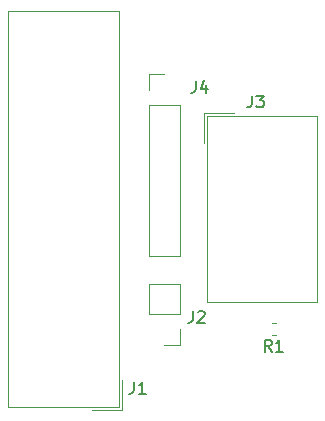
<source format=gto>
G04 #@! TF.GenerationSoftware,KiCad,Pcbnew,(5.0.1-3-g963ef8bb5)*
G04 #@! TF.CreationDate,2018-11-27T15:22:05+00:00*
G04 #@! TF.ProjectId,jlink-swd-adapter,6A6C696E6B2D7377642D616461707465,rev?*
G04 #@! TF.SameCoordinates,Original*
G04 #@! TF.FileFunction,Legend,Top*
G04 #@! TF.FilePolarity,Positive*
%FSLAX46Y46*%
G04 Gerber Fmt 4.6, Leading zero omitted, Abs format (unit mm)*
G04 Created by KiCad (PCBNEW (5.0.1-3-g963ef8bb5)) date Tuesday, 27 November 2018 at 15:22:05*
%MOMM*%
%LPD*%
G01*
G04 APERTURE LIST*
%ADD10C,0.120000*%
%ADD11C,0.150000*%
G04 APERTURE END LIST*
D10*
G04 #@! TO.C,R1*
X120171267Y-98010000D02*
X119828733Y-98010000D01*
X120171267Y-96990000D02*
X119828733Y-96990000D01*
G04 #@! TO.C,J2*
X112080000Y-93630000D02*
X109420000Y-93630000D01*
X112080000Y-96230000D02*
X112080000Y-93630000D01*
X109420000Y-96230000D02*
X109420000Y-93630000D01*
X112080000Y-96230000D02*
X109420000Y-96230000D01*
X112080000Y-97500000D02*
X112080000Y-98830000D01*
X112080000Y-98830000D02*
X110750000Y-98830000D01*
G04 #@! TO.C,J4*
X109420000Y-91280000D02*
X112080000Y-91280000D01*
X109420000Y-78520000D02*
X109420000Y-91280000D01*
X112080000Y-78520000D02*
X112080000Y-91280000D01*
X109420000Y-78520000D02*
X112080000Y-78520000D01*
X109420000Y-77250000D02*
X109420000Y-75920000D01*
X109420000Y-75920000D02*
X110750000Y-75920000D01*
G04 #@! TO.C,J1*
X97555000Y-104100000D02*
X97555000Y-70540000D01*
X97555000Y-70540000D02*
X106905000Y-70540000D01*
X106905000Y-70540000D02*
X106905000Y-104100000D01*
X106905000Y-104100000D02*
X97555000Y-104100000D01*
X107155000Y-104350000D02*
X107155000Y-101810000D01*
X107155000Y-104350000D02*
X104615000Y-104350000D01*
G04 #@! TO.C,J3*
X123695000Y-79400000D02*
X123695000Y-95180000D01*
X123695000Y-95180000D02*
X114345000Y-95180000D01*
X114345000Y-95180000D02*
X114345000Y-79400000D01*
X114345000Y-79400000D02*
X123695000Y-79400000D01*
X114095000Y-79150000D02*
X114095000Y-81690000D01*
X114095000Y-79150000D02*
X116635000Y-79150000D01*
G04 #@! TO.C,R1*
D11*
X119833333Y-99382380D02*
X119500000Y-98906190D01*
X119261904Y-99382380D02*
X119261904Y-98382380D01*
X119642857Y-98382380D01*
X119738095Y-98430000D01*
X119785714Y-98477619D01*
X119833333Y-98572857D01*
X119833333Y-98715714D01*
X119785714Y-98810952D01*
X119738095Y-98858571D01*
X119642857Y-98906190D01*
X119261904Y-98906190D01*
X120785714Y-99382380D02*
X120214285Y-99382380D01*
X120500000Y-99382380D02*
X120500000Y-98382380D01*
X120404761Y-98525238D01*
X120309523Y-98620476D01*
X120214285Y-98668095D01*
G04 #@! TO.C,J2*
X113166666Y-95952380D02*
X113166666Y-96666666D01*
X113119047Y-96809523D01*
X113023809Y-96904761D01*
X112880952Y-96952380D01*
X112785714Y-96952380D01*
X113595238Y-96047619D02*
X113642857Y-96000000D01*
X113738095Y-95952380D01*
X113976190Y-95952380D01*
X114071428Y-96000000D01*
X114119047Y-96047619D01*
X114166666Y-96142857D01*
X114166666Y-96238095D01*
X114119047Y-96380952D01*
X113547619Y-96952380D01*
X114166666Y-96952380D01*
G04 #@! TO.C,J4*
X113416666Y-76452380D02*
X113416666Y-77166666D01*
X113369047Y-77309523D01*
X113273809Y-77404761D01*
X113130952Y-77452380D01*
X113035714Y-77452380D01*
X114321428Y-76785714D02*
X114321428Y-77452380D01*
X114083333Y-76404761D02*
X113845238Y-77119047D01*
X114464285Y-77119047D01*
G04 #@! TO.C,J1*
X108166666Y-101952380D02*
X108166666Y-102666666D01*
X108119047Y-102809523D01*
X108023809Y-102904761D01*
X107880952Y-102952380D01*
X107785714Y-102952380D01*
X109166666Y-102952380D02*
X108595238Y-102952380D01*
X108880952Y-102952380D02*
X108880952Y-101952380D01*
X108785714Y-102095238D01*
X108690476Y-102190476D01*
X108595238Y-102238095D01*
G04 #@! TO.C,J3*
X118166666Y-77702380D02*
X118166666Y-78416666D01*
X118119047Y-78559523D01*
X118023809Y-78654761D01*
X117880952Y-78702380D01*
X117785714Y-78702380D01*
X118547619Y-77702380D02*
X119166666Y-77702380D01*
X118833333Y-78083333D01*
X118976190Y-78083333D01*
X119071428Y-78130952D01*
X119119047Y-78178571D01*
X119166666Y-78273809D01*
X119166666Y-78511904D01*
X119119047Y-78607142D01*
X119071428Y-78654761D01*
X118976190Y-78702380D01*
X118690476Y-78702380D01*
X118595238Y-78654761D01*
X118547619Y-78607142D01*
G04 #@! TD*
M02*

</source>
